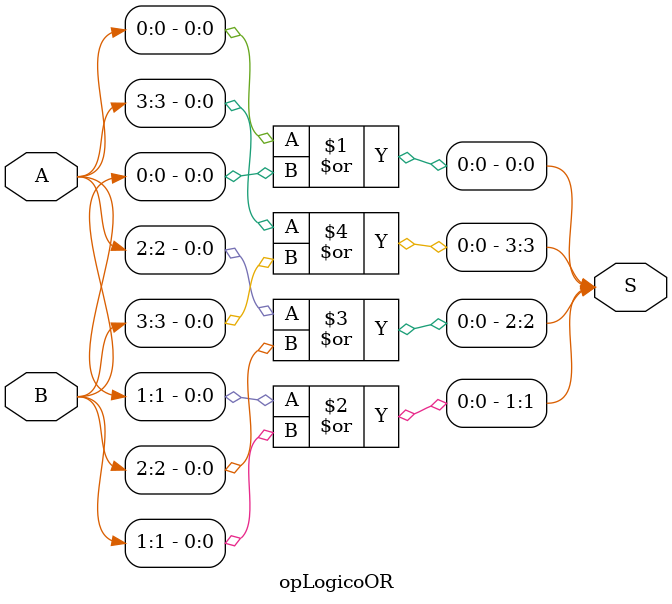
<source format=v>
module opLogicoOR(S, A, B);
	input [3:0] A, B;
	output [3:0] S;
	
	or Or0(S[0], A[0], B[0]);
	or Or1(S[1], A[1], B[1]);
	or Or2(S[2], A[2], B[2]);
	or Or3(S[3], A[3], B[3]);
	
endmodule

</source>
